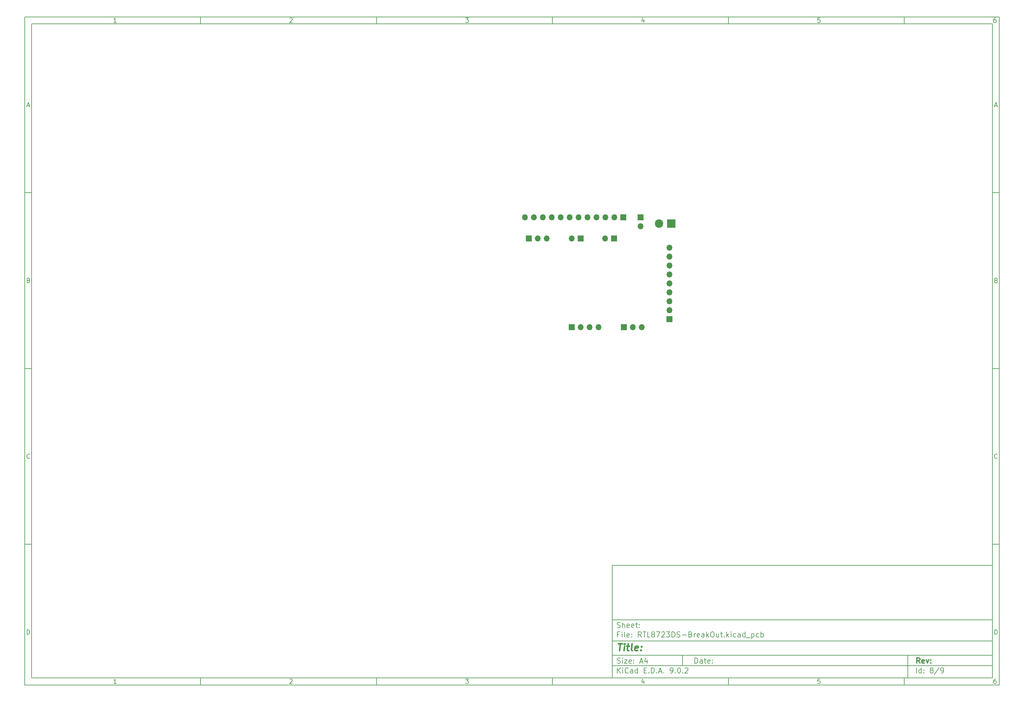
<source format=gbs>
G04 #@! TF.GenerationSoftware,KiCad,Pcbnew,9.0.2*
G04 #@! TF.CreationDate,2025-07-17T00:51:24+08:00*
G04 #@! TF.ProjectId,RTL8723DS-BreakOut,52544c38-3732-4334-9453-2d427265616b,rev?*
G04 #@! TF.SameCoordinates,Original*
G04 #@! TF.FileFunction,Soldermask,Bot*
G04 #@! TF.FilePolarity,Negative*
%FSLAX45Y45*%
G04 Gerber Fmt 4.5, Leading zero omitted, Abs format (unit mm)*
G04 Created by KiCad (PCBNEW 9.0.2) date 2025-07-17 00:51:24*
%MOMM*%
%LPD*%
G01*
G04 APERTURE LIST*
%ADD10C,0.100000*%
%ADD11C,0.150000*%
%ADD12C,0.300000*%
%ADD13C,0.400000*%
%ADD14R,1.700000X1.700000*%
%ADD15O,1.700000X1.700000*%
%ADD16R,2.400000X2.400000*%
%ADD17C,2.400000*%
G04 APERTURE END LIST*
D10*
D11*
X17700220Y-16600720D02*
X28500220Y-16600720D01*
X28500220Y-19800720D01*
X17700220Y-19800720D01*
X17700220Y-16600720D01*
D10*
D11*
X1000000Y-1000000D02*
X28700220Y-1000000D01*
X28700220Y-20000720D01*
X1000000Y-20000720D01*
X1000000Y-1000000D01*
D10*
D11*
X1200000Y-1200000D02*
X28500220Y-1200000D01*
X28500220Y-19800720D01*
X1200000Y-19800720D01*
X1200000Y-1200000D01*
D10*
D11*
X6000000Y-1200000D02*
X6000000Y-1000000D01*
D10*
D11*
X11000000Y-1200000D02*
X11000000Y-1000000D01*
D10*
D11*
X16000000Y-1200000D02*
X16000000Y-1000000D01*
D10*
D11*
X21000000Y-1200000D02*
X21000000Y-1000000D01*
D10*
D11*
X26000000Y-1200000D02*
X26000000Y-1000000D01*
D10*
D11*
X3608916Y-1159360D02*
X3534630Y-1159360D01*
X3571773Y-1159360D02*
X3571773Y-1029360D01*
X3571773Y-1029360D02*
X3559392Y-1047932D01*
X3559392Y-1047932D02*
X3547011Y-1060313D01*
X3547011Y-1060313D02*
X3534630Y-1066503D01*
D10*
D11*
X8534630Y-1041741D02*
X8540821Y-1035551D01*
X8540821Y-1035551D02*
X8553202Y-1029360D01*
X8553202Y-1029360D02*
X8584154Y-1029360D01*
X8584154Y-1029360D02*
X8596535Y-1035551D01*
X8596535Y-1035551D02*
X8602726Y-1041741D01*
X8602726Y-1041741D02*
X8608916Y-1054122D01*
X8608916Y-1054122D02*
X8608916Y-1066503D01*
X8608916Y-1066503D02*
X8602726Y-1085075D01*
X8602726Y-1085075D02*
X8528440Y-1159360D01*
X8528440Y-1159360D02*
X8608916Y-1159360D01*
D10*
D11*
X13528440Y-1029360D02*
X13608916Y-1029360D01*
X13608916Y-1029360D02*
X13565583Y-1078884D01*
X13565583Y-1078884D02*
X13584154Y-1078884D01*
X13584154Y-1078884D02*
X13596535Y-1085075D01*
X13596535Y-1085075D02*
X13602725Y-1091265D01*
X13602725Y-1091265D02*
X13608916Y-1103646D01*
X13608916Y-1103646D02*
X13608916Y-1134599D01*
X13608916Y-1134599D02*
X13602725Y-1146980D01*
X13602725Y-1146980D02*
X13596535Y-1153170D01*
X13596535Y-1153170D02*
X13584154Y-1159360D01*
X13584154Y-1159360D02*
X13547011Y-1159360D01*
X13547011Y-1159360D02*
X13534630Y-1153170D01*
X13534630Y-1153170D02*
X13528440Y-1146980D01*
D10*
D11*
X18596535Y-1072694D02*
X18596535Y-1159360D01*
X18565583Y-1023170D02*
X18534630Y-1116027D01*
X18534630Y-1116027D02*
X18615106Y-1116027D01*
D10*
D11*
X23602725Y-1029360D02*
X23540821Y-1029360D01*
X23540821Y-1029360D02*
X23534630Y-1091265D01*
X23534630Y-1091265D02*
X23540821Y-1085075D01*
X23540821Y-1085075D02*
X23553202Y-1078884D01*
X23553202Y-1078884D02*
X23584154Y-1078884D01*
X23584154Y-1078884D02*
X23596535Y-1085075D01*
X23596535Y-1085075D02*
X23602725Y-1091265D01*
X23602725Y-1091265D02*
X23608916Y-1103646D01*
X23608916Y-1103646D02*
X23608916Y-1134599D01*
X23608916Y-1134599D02*
X23602725Y-1146980D01*
X23602725Y-1146980D02*
X23596535Y-1153170D01*
X23596535Y-1153170D02*
X23584154Y-1159360D01*
X23584154Y-1159360D02*
X23553202Y-1159360D01*
X23553202Y-1159360D02*
X23540821Y-1153170D01*
X23540821Y-1153170D02*
X23534630Y-1146980D01*
D10*
D11*
X28596535Y-1029360D02*
X28571773Y-1029360D01*
X28571773Y-1029360D02*
X28559392Y-1035551D01*
X28559392Y-1035551D02*
X28553202Y-1041741D01*
X28553202Y-1041741D02*
X28540821Y-1060313D01*
X28540821Y-1060313D02*
X28534630Y-1085075D01*
X28534630Y-1085075D02*
X28534630Y-1134599D01*
X28534630Y-1134599D02*
X28540821Y-1146980D01*
X28540821Y-1146980D02*
X28547011Y-1153170D01*
X28547011Y-1153170D02*
X28559392Y-1159360D01*
X28559392Y-1159360D02*
X28584154Y-1159360D01*
X28584154Y-1159360D02*
X28596535Y-1153170D01*
X28596535Y-1153170D02*
X28602725Y-1146980D01*
X28602725Y-1146980D02*
X28608916Y-1134599D01*
X28608916Y-1134599D02*
X28608916Y-1103646D01*
X28608916Y-1103646D02*
X28602725Y-1091265D01*
X28602725Y-1091265D02*
X28596535Y-1085075D01*
X28596535Y-1085075D02*
X28584154Y-1078884D01*
X28584154Y-1078884D02*
X28559392Y-1078884D01*
X28559392Y-1078884D02*
X28547011Y-1085075D01*
X28547011Y-1085075D02*
X28540821Y-1091265D01*
X28540821Y-1091265D02*
X28534630Y-1103646D01*
D10*
D11*
X6000000Y-19800720D02*
X6000000Y-20000720D01*
D10*
D11*
X11000000Y-19800720D02*
X11000000Y-20000720D01*
D10*
D11*
X16000000Y-19800720D02*
X16000000Y-20000720D01*
D10*
D11*
X21000000Y-19800720D02*
X21000000Y-20000720D01*
D10*
D11*
X26000000Y-19800720D02*
X26000000Y-20000720D01*
D10*
D11*
X3608916Y-19960080D02*
X3534630Y-19960080D01*
X3571773Y-19960080D02*
X3571773Y-19830080D01*
X3571773Y-19830080D02*
X3559392Y-19848652D01*
X3559392Y-19848652D02*
X3547011Y-19861033D01*
X3547011Y-19861033D02*
X3534630Y-19867223D01*
D10*
D11*
X8534630Y-19842461D02*
X8540821Y-19836271D01*
X8540821Y-19836271D02*
X8553202Y-19830080D01*
X8553202Y-19830080D02*
X8584154Y-19830080D01*
X8584154Y-19830080D02*
X8596535Y-19836271D01*
X8596535Y-19836271D02*
X8602726Y-19842461D01*
X8602726Y-19842461D02*
X8608916Y-19854842D01*
X8608916Y-19854842D02*
X8608916Y-19867223D01*
X8608916Y-19867223D02*
X8602726Y-19885795D01*
X8602726Y-19885795D02*
X8528440Y-19960080D01*
X8528440Y-19960080D02*
X8608916Y-19960080D01*
D10*
D11*
X13528440Y-19830080D02*
X13608916Y-19830080D01*
X13608916Y-19830080D02*
X13565583Y-19879604D01*
X13565583Y-19879604D02*
X13584154Y-19879604D01*
X13584154Y-19879604D02*
X13596535Y-19885795D01*
X13596535Y-19885795D02*
X13602725Y-19891985D01*
X13602725Y-19891985D02*
X13608916Y-19904366D01*
X13608916Y-19904366D02*
X13608916Y-19935319D01*
X13608916Y-19935319D02*
X13602725Y-19947700D01*
X13602725Y-19947700D02*
X13596535Y-19953890D01*
X13596535Y-19953890D02*
X13584154Y-19960080D01*
X13584154Y-19960080D02*
X13547011Y-19960080D01*
X13547011Y-19960080D02*
X13534630Y-19953890D01*
X13534630Y-19953890D02*
X13528440Y-19947700D01*
D10*
D11*
X18596535Y-19873414D02*
X18596535Y-19960080D01*
X18565583Y-19823890D02*
X18534630Y-19916747D01*
X18534630Y-19916747D02*
X18615106Y-19916747D01*
D10*
D11*
X23602725Y-19830080D02*
X23540821Y-19830080D01*
X23540821Y-19830080D02*
X23534630Y-19891985D01*
X23534630Y-19891985D02*
X23540821Y-19885795D01*
X23540821Y-19885795D02*
X23553202Y-19879604D01*
X23553202Y-19879604D02*
X23584154Y-19879604D01*
X23584154Y-19879604D02*
X23596535Y-19885795D01*
X23596535Y-19885795D02*
X23602725Y-19891985D01*
X23602725Y-19891985D02*
X23608916Y-19904366D01*
X23608916Y-19904366D02*
X23608916Y-19935319D01*
X23608916Y-19935319D02*
X23602725Y-19947700D01*
X23602725Y-19947700D02*
X23596535Y-19953890D01*
X23596535Y-19953890D02*
X23584154Y-19960080D01*
X23584154Y-19960080D02*
X23553202Y-19960080D01*
X23553202Y-19960080D02*
X23540821Y-19953890D01*
X23540821Y-19953890D02*
X23534630Y-19947700D01*
D10*
D11*
X28596535Y-19830080D02*
X28571773Y-19830080D01*
X28571773Y-19830080D02*
X28559392Y-19836271D01*
X28559392Y-19836271D02*
X28553202Y-19842461D01*
X28553202Y-19842461D02*
X28540821Y-19861033D01*
X28540821Y-19861033D02*
X28534630Y-19885795D01*
X28534630Y-19885795D02*
X28534630Y-19935319D01*
X28534630Y-19935319D02*
X28540821Y-19947700D01*
X28540821Y-19947700D02*
X28547011Y-19953890D01*
X28547011Y-19953890D02*
X28559392Y-19960080D01*
X28559392Y-19960080D02*
X28584154Y-19960080D01*
X28584154Y-19960080D02*
X28596535Y-19953890D01*
X28596535Y-19953890D02*
X28602725Y-19947700D01*
X28602725Y-19947700D02*
X28608916Y-19935319D01*
X28608916Y-19935319D02*
X28608916Y-19904366D01*
X28608916Y-19904366D02*
X28602725Y-19891985D01*
X28602725Y-19891985D02*
X28596535Y-19885795D01*
X28596535Y-19885795D02*
X28584154Y-19879604D01*
X28584154Y-19879604D02*
X28559392Y-19879604D01*
X28559392Y-19879604D02*
X28547011Y-19885795D01*
X28547011Y-19885795D02*
X28540821Y-19891985D01*
X28540821Y-19891985D02*
X28534630Y-19904366D01*
D10*
D11*
X1000000Y-6000000D02*
X1200000Y-6000000D01*
D10*
D11*
X1000000Y-11000000D02*
X1200000Y-11000000D01*
D10*
D11*
X1000000Y-16000000D02*
X1200000Y-16000000D01*
D10*
D11*
X1069048Y-3522218D02*
X1130952Y-3522218D01*
X1056667Y-3559360D02*
X1100000Y-3429360D01*
X1100000Y-3429360D02*
X1143333Y-3559360D01*
D10*
D11*
X1109286Y-8491265D02*
X1127857Y-8497456D01*
X1127857Y-8497456D02*
X1134048Y-8503646D01*
X1134048Y-8503646D02*
X1140238Y-8516027D01*
X1140238Y-8516027D02*
X1140238Y-8534599D01*
X1140238Y-8534599D02*
X1134048Y-8546980D01*
X1134048Y-8546980D02*
X1127857Y-8553170D01*
X1127857Y-8553170D02*
X1115476Y-8559360D01*
X1115476Y-8559360D02*
X1065952Y-8559360D01*
X1065952Y-8559360D02*
X1065952Y-8429360D01*
X1065952Y-8429360D02*
X1109286Y-8429360D01*
X1109286Y-8429360D02*
X1121667Y-8435551D01*
X1121667Y-8435551D02*
X1127857Y-8441741D01*
X1127857Y-8441741D02*
X1134048Y-8454122D01*
X1134048Y-8454122D02*
X1134048Y-8466503D01*
X1134048Y-8466503D02*
X1127857Y-8478884D01*
X1127857Y-8478884D02*
X1121667Y-8485075D01*
X1121667Y-8485075D02*
X1109286Y-8491265D01*
X1109286Y-8491265D02*
X1065952Y-8491265D01*
D10*
D11*
X1140238Y-13546979D02*
X1134048Y-13553170D01*
X1134048Y-13553170D02*
X1115476Y-13559360D01*
X1115476Y-13559360D02*
X1103095Y-13559360D01*
X1103095Y-13559360D02*
X1084524Y-13553170D01*
X1084524Y-13553170D02*
X1072143Y-13540789D01*
X1072143Y-13540789D02*
X1065952Y-13528408D01*
X1065952Y-13528408D02*
X1059762Y-13503646D01*
X1059762Y-13503646D02*
X1059762Y-13485075D01*
X1059762Y-13485075D02*
X1065952Y-13460313D01*
X1065952Y-13460313D02*
X1072143Y-13447932D01*
X1072143Y-13447932D02*
X1084524Y-13435551D01*
X1084524Y-13435551D02*
X1103095Y-13429360D01*
X1103095Y-13429360D02*
X1115476Y-13429360D01*
X1115476Y-13429360D02*
X1134048Y-13435551D01*
X1134048Y-13435551D02*
X1140238Y-13441741D01*
D10*
D11*
X1065952Y-18559360D02*
X1065952Y-18429360D01*
X1065952Y-18429360D02*
X1096905Y-18429360D01*
X1096905Y-18429360D02*
X1115476Y-18435551D01*
X1115476Y-18435551D02*
X1127857Y-18447932D01*
X1127857Y-18447932D02*
X1134048Y-18460313D01*
X1134048Y-18460313D02*
X1140238Y-18485075D01*
X1140238Y-18485075D02*
X1140238Y-18503646D01*
X1140238Y-18503646D02*
X1134048Y-18528408D01*
X1134048Y-18528408D02*
X1127857Y-18540789D01*
X1127857Y-18540789D02*
X1115476Y-18553170D01*
X1115476Y-18553170D02*
X1096905Y-18559360D01*
X1096905Y-18559360D02*
X1065952Y-18559360D01*
D10*
D11*
X28700220Y-6000000D02*
X28500220Y-6000000D01*
D10*
D11*
X28700220Y-11000000D02*
X28500220Y-11000000D01*
D10*
D11*
X28700220Y-16000000D02*
X28500220Y-16000000D01*
D10*
D11*
X28569268Y-3522218D02*
X28631172Y-3522218D01*
X28556887Y-3559360D02*
X28600220Y-3429360D01*
X28600220Y-3429360D02*
X28643553Y-3559360D01*
D10*
D11*
X28609506Y-8491265D02*
X28628077Y-8497456D01*
X28628077Y-8497456D02*
X28634268Y-8503646D01*
X28634268Y-8503646D02*
X28640458Y-8516027D01*
X28640458Y-8516027D02*
X28640458Y-8534599D01*
X28640458Y-8534599D02*
X28634268Y-8546980D01*
X28634268Y-8546980D02*
X28628077Y-8553170D01*
X28628077Y-8553170D02*
X28615696Y-8559360D01*
X28615696Y-8559360D02*
X28566172Y-8559360D01*
X28566172Y-8559360D02*
X28566172Y-8429360D01*
X28566172Y-8429360D02*
X28609506Y-8429360D01*
X28609506Y-8429360D02*
X28621887Y-8435551D01*
X28621887Y-8435551D02*
X28628077Y-8441741D01*
X28628077Y-8441741D02*
X28634268Y-8454122D01*
X28634268Y-8454122D02*
X28634268Y-8466503D01*
X28634268Y-8466503D02*
X28628077Y-8478884D01*
X28628077Y-8478884D02*
X28621887Y-8485075D01*
X28621887Y-8485075D02*
X28609506Y-8491265D01*
X28609506Y-8491265D02*
X28566172Y-8491265D01*
D10*
D11*
X28640458Y-13546979D02*
X28634268Y-13553170D01*
X28634268Y-13553170D02*
X28615696Y-13559360D01*
X28615696Y-13559360D02*
X28603315Y-13559360D01*
X28603315Y-13559360D02*
X28584744Y-13553170D01*
X28584744Y-13553170D02*
X28572363Y-13540789D01*
X28572363Y-13540789D02*
X28566172Y-13528408D01*
X28566172Y-13528408D02*
X28559982Y-13503646D01*
X28559982Y-13503646D02*
X28559982Y-13485075D01*
X28559982Y-13485075D02*
X28566172Y-13460313D01*
X28566172Y-13460313D02*
X28572363Y-13447932D01*
X28572363Y-13447932D02*
X28584744Y-13435551D01*
X28584744Y-13435551D02*
X28603315Y-13429360D01*
X28603315Y-13429360D02*
X28615696Y-13429360D01*
X28615696Y-13429360D02*
X28634268Y-13435551D01*
X28634268Y-13435551D02*
X28640458Y-13441741D01*
D10*
D11*
X28566172Y-18559360D02*
X28566172Y-18429360D01*
X28566172Y-18429360D02*
X28597125Y-18429360D01*
X28597125Y-18429360D02*
X28615696Y-18435551D01*
X28615696Y-18435551D02*
X28628077Y-18447932D01*
X28628077Y-18447932D02*
X28634268Y-18460313D01*
X28634268Y-18460313D02*
X28640458Y-18485075D01*
X28640458Y-18485075D02*
X28640458Y-18503646D01*
X28640458Y-18503646D02*
X28634268Y-18528408D01*
X28634268Y-18528408D02*
X28628077Y-18540789D01*
X28628077Y-18540789D02*
X28615696Y-18553170D01*
X28615696Y-18553170D02*
X28597125Y-18559360D01*
X28597125Y-18559360D02*
X28566172Y-18559360D01*
D10*
D11*
X20045803Y-19379333D02*
X20045803Y-19229333D01*
X20045803Y-19229333D02*
X20081517Y-19229333D01*
X20081517Y-19229333D02*
X20102946Y-19236476D01*
X20102946Y-19236476D02*
X20117231Y-19250761D01*
X20117231Y-19250761D02*
X20124374Y-19265047D01*
X20124374Y-19265047D02*
X20131517Y-19293619D01*
X20131517Y-19293619D02*
X20131517Y-19315047D01*
X20131517Y-19315047D02*
X20124374Y-19343619D01*
X20124374Y-19343619D02*
X20117231Y-19357904D01*
X20117231Y-19357904D02*
X20102946Y-19372190D01*
X20102946Y-19372190D02*
X20081517Y-19379333D01*
X20081517Y-19379333D02*
X20045803Y-19379333D01*
X20260088Y-19379333D02*
X20260088Y-19300761D01*
X20260088Y-19300761D02*
X20252946Y-19286476D01*
X20252946Y-19286476D02*
X20238660Y-19279333D01*
X20238660Y-19279333D02*
X20210088Y-19279333D01*
X20210088Y-19279333D02*
X20195803Y-19286476D01*
X20260088Y-19372190D02*
X20245803Y-19379333D01*
X20245803Y-19379333D02*
X20210088Y-19379333D01*
X20210088Y-19379333D02*
X20195803Y-19372190D01*
X20195803Y-19372190D02*
X20188660Y-19357904D01*
X20188660Y-19357904D02*
X20188660Y-19343619D01*
X20188660Y-19343619D02*
X20195803Y-19329333D01*
X20195803Y-19329333D02*
X20210088Y-19322190D01*
X20210088Y-19322190D02*
X20245803Y-19322190D01*
X20245803Y-19322190D02*
X20260088Y-19315047D01*
X20310088Y-19279333D02*
X20367231Y-19279333D01*
X20331517Y-19229333D02*
X20331517Y-19357904D01*
X20331517Y-19357904D02*
X20338660Y-19372190D01*
X20338660Y-19372190D02*
X20352946Y-19379333D01*
X20352946Y-19379333D02*
X20367231Y-19379333D01*
X20474374Y-19372190D02*
X20460088Y-19379333D01*
X20460088Y-19379333D02*
X20431517Y-19379333D01*
X20431517Y-19379333D02*
X20417231Y-19372190D01*
X20417231Y-19372190D02*
X20410088Y-19357904D01*
X20410088Y-19357904D02*
X20410088Y-19300761D01*
X20410088Y-19300761D02*
X20417231Y-19286476D01*
X20417231Y-19286476D02*
X20431517Y-19279333D01*
X20431517Y-19279333D02*
X20460088Y-19279333D01*
X20460088Y-19279333D02*
X20474374Y-19286476D01*
X20474374Y-19286476D02*
X20481517Y-19300761D01*
X20481517Y-19300761D02*
X20481517Y-19315047D01*
X20481517Y-19315047D02*
X20410088Y-19329333D01*
X20545803Y-19365047D02*
X20552946Y-19372190D01*
X20552946Y-19372190D02*
X20545803Y-19379333D01*
X20545803Y-19379333D02*
X20538660Y-19372190D01*
X20538660Y-19372190D02*
X20545803Y-19365047D01*
X20545803Y-19365047D02*
X20545803Y-19379333D01*
X20545803Y-19286476D02*
X20552946Y-19293619D01*
X20552946Y-19293619D02*
X20545803Y-19300761D01*
X20545803Y-19300761D02*
X20538660Y-19293619D01*
X20538660Y-19293619D02*
X20545803Y-19286476D01*
X20545803Y-19286476D02*
X20545803Y-19300761D01*
D10*
D11*
X17700220Y-19450720D02*
X28500220Y-19450720D01*
D10*
D11*
X17845803Y-19659333D02*
X17845803Y-19509333D01*
X17931517Y-19659333D02*
X17867231Y-19573619D01*
X17931517Y-19509333D02*
X17845803Y-19595047D01*
X17995803Y-19659333D02*
X17995803Y-19559333D01*
X17995803Y-19509333D02*
X17988660Y-19516476D01*
X17988660Y-19516476D02*
X17995803Y-19523619D01*
X17995803Y-19523619D02*
X18002946Y-19516476D01*
X18002946Y-19516476D02*
X17995803Y-19509333D01*
X17995803Y-19509333D02*
X17995803Y-19523619D01*
X18152946Y-19645047D02*
X18145803Y-19652190D01*
X18145803Y-19652190D02*
X18124374Y-19659333D01*
X18124374Y-19659333D02*
X18110088Y-19659333D01*
X18110088Y-19659333D02*
X18088660Y-19652190D01*
X18088660Y-19652190D02*
X18074374Y-19637904D01*
X18074374Y-19637904D02*
X18067231Y-19623619D01*
X18067231Y-19623619D02*
X18060088Y-19595047D01*
X18060088Y-19595047D02*
X18060088Y-19573619D01*
X18060088Y-19573619D02*
X18067231Y-19545047D01*
X18067231Y-19545047D02*
X18074374Y-19530761D01*
X18074374Y-19530761D02*
X18088660Y-19516476D01*
X18088660Y-19516476D02*
X18110088Y-19509333D01*
X18110088Y-19509333D02*
X18124374Y-19509333D01*
X18124374Y-19509333D02*
X18145803Y-19516476D01*
X18145803Y-19516476D02*
X18152946Y-19523619D01*
X18281517Y-19659333D02*
X18281517Y-19580761D01*
X18281517Y-19580761D02*
X18274374Y-19566476D01*
X18274374Y-19566476D02*
X18260088Y-19559333D01*
X18260088Y-19559333D02*
X18231517Y-19559333D01*
X18231517Y-19559333D02*
X18217231Y-19566476D01*
X18281517Y-19652190D02*
X18267231Y-19659333D01*
X18267231Y-19659333D02*
X18231517Y-19659333D01*
X18231517Y-19659333D02*
X18217231Y-19652190D01*
X18217231Y-19652190D02*
X18210088Y-19637904D01*
X18210088Y-19637904D02*
X18210088Y-19623619D01*
X18210088Y-19623619D02*
X18217231Y-19609333D01*
X18217231Y-19609333D02*
X18231517Y-19602190D01*
X18231517Y-19602190D02*
X18267231Y-19602190D01*
X18267231Y-19602190D02*
X18281517Y-19595047D01*
X18417231Y-19659333D02*
X18417231Y-19509333D01*
X18417231Y-19652190D02*
X18402946Y-19659333D01*
X18402946Y-19659333D02*
X18374374Y-19659333D01*
X18374374Y-19659333D02*
X18360088Y-19652190D01*
X18360088Y-19652190D02*
X18352946Y-19645047D01*
X18352946Y-19645047D02*
X18345803Y-19630761D01*
X18345803Y-19630761D02*
X18345803Y-19587904D01*
X18345803Y-19587904D02*
X18352946Y-19573619D01*
X18352946Y-19573619D02*
X18360088Y-19566476D01*
X18360088Y-19566476D02*
X18374374Y-19559333D01*
X18374374Y-19559333D02*
X18402946Y-19559333D01*
X18402946Y-19559333D02*
X18417231Y-19566476D01*
X18602946Y-19580761D02*
X18652946Y-19580761D01*
X18674374Y-19659333D02*
X18602946Y-19659333D01*
X18602946Y-19659333D02*
X18602946Y-19509333D01*
X18602946Y-19509333D02*
X18674374Y-19509333D01*
X18738660Y-19645047D02*
X18745803Y-19652190D01*
X18745803Y-19652190D02*
X18738660Y-19659333D01*
X18738660Y-19659333D02*
X18731517Y-19652190D01*
X18731517Y-19652190D02*
X18738660Y-19645047D01*
X18738660Y-19645047D02*
X18738660Y-19659333D01*
X18810088Y-19659333D02*
X18810088Y-19509333D01*
X18810088Y-19509333D02*
X18845803Y-19509333D01*
X18845803Y-19509333D02*
X18867231Y-19516476D01*
X18867231Y-19516476D02*
X18881517Y-19530761D01*
X18881517Y-19530761D02*
X18888660Y-19545047D01*
X18888660Y-19545047D02*
X18895803Y-19573619D01*
X18895803Y-19573619D02*
X18895803Y-19595047D01*
X18895803Y-19595047D02*
X18888660Y-19623619D01*
X18888660Y-19623619D02*
X18881517Y-19637904D01*
X18881517Y-19637904D02*
X18867231Y-19652190D01*
X18867231Y-19652190D02*
X18845803Y-19659333D01*
X18845803Y-19659333D02*
X18810088Y-19659333D01*
X18960088Y-19645047D02*
X18967231Y-19652190D01*
X18967231Y-19652190D02*
X18960088Y-19659333D01*
X18960088Y-19659333D02*
X18952946Y-19652190D01*
X18952946Y-19652190D02*
X18960088Y-19645047D01*
X18960088Y-19645047D02*
X18960088Y-19659333D01*
X19024374Y-19616476D02*
X19095803Y-19616476D01*
X19010089Y-19659333D02*
X19060089Y-19509333D01*
X19060089Y-19509333D02*
X19110089Y-19659333D01*
X19160088Y-19645047D02*
X19167231Y-19652190D01*
X19167231Y-19652190D02*
X19160088Y-19659333D01*
X19160088Y-19659333D02*
X19152946Y-19652190D01*
X19152946Y-19652190D02*
X19160088Y-19645047D01*
X19160088Y-19645047D02*
X19160088Y-19659333D01*
X19352946Y-19659333D02*
X19381517Y-19659333D01*
X19381517Y-19659333D02*
X19395803Y-19652190D01*
X19395803Y-19652190D02*
X19402946Y-19645047D01*
X19402946Y-19645047D02*
X19417231Y-19623619D01*
X19417231Y-19623619D02*
X19424374Y-19595047D01*
X19424374Y-19595047D02*
X19424374Y-19537904D01*
X19424374Y-19537904D02*
X19417231Y-19523619D01*
X19417231Y-19523619D02*
X19410089Y-19516476D01*
X19410089Y-19516476D02*
X19395803Y-19509333D01*
X19395803Y-19509333D02*
X19367231Y-19509333D01*
X19367231Y-19509333D02*
X19352946Y-19516476D01*
X19352946Y-19516476D02*
X19345803Y-19523619D01*
X19345803Y-19523619D02*
X19338660Y-19537904D01*
X19338660Y-19537904D02*
X19338660Y-19573619D01*
X19338660Y-19573619D02*
X19345803Y-19587904D01*
X19345803Y-19587904D02*
X19352946Y-19595047D01*
X19352946Y-19595047D02*
X19367231Y-19602190D01*
X19367231Y-19602190D02*
X19395803Y-19602190D01*
X19395803Y-19602190D02*
X19410089Y-19595047D01*
X19410089Y-19595047D02*
X19417231Y-19587904D01*
X19417231Y-19587904D02*
X19424374Y-19573619D01*
X19488660Y-19645047D02*
X19495803Y-19652190D01*
X19495803Y-19652190D02*
X19488660Y-19659333D01*
X19488660Y-19659333D02*
X19481517Y-19652190D01*
X19481517Y-19652190D02*
X19488660Y-19645047D01*
X19488660Y-19645047D02*
X19488660Y-19659333D01*
X19588660Y-19509333D02*
X19602946Y-19509333D01*
X19602946Y-19509333D02*
X19617231Y-19516476D01*
X19617231Y-19516476D02*
X19624374Y-19523619D01*
X19624374Y-19523619D02*
X19631517Y-19537904D01*
X19631517Y-19537904D02*
X19638660Y-19566476D01*
X19638660Y-19566476D02*
X19638660Y-19602190D01*
X19638660Y-19602190D02*
X19631517Y-19630761D01*
X19631517Y-19630761D02*
X19624374Y-19645047D01*
X19624374Y-19645047D02*
X19617231Y-19652190D01*
X19617231Y-19652190D02*
X19602946Y-19659333D01*
X19602946Y-19659333D02*
X19588660Y-19659333D01*
X19588660Y-19659333D02*
X19574374Y-19652190D01*
X19574374Y-19652190D02*
X19567231Y-19645047D01*
X19567231Y-19645047D02*
X19560088Y-19630761D01*
X19560088Y-19630761D02*
X19552946Y-19602190D01*
X19552946Y-19602190D02*
X19552946Y-19566476D01*
X19552946Y-19566476D02*
X19560088Y-19537904D01*
X19560088Y-19537904D02*
X19567231Y-19523619D01*
X19567231Y-19523619D02*
X19574374Y-19516476D01*
X19574374Y-19516476D02*
X19588660Y-19509333D01*
X19702946Y-19645047D02*
X19710088Y-19652190D01*
X19710088Y-19652190D02*
X19702946Y-19659333D01*
X19702946Y-19659333D02*
X19695803Y-19652190D01*
X19695803Y-19652190D02*
X19702946Y-19645047D01*
X19702946Y-19645047D02*
X19702946Y-19659333D01*
X19767231Y-19523619D02*
X19774374Y-19516476D01*
X19774374Y-19516476D02*
X19788660Y-19509333D01*
X19788660Y-19509333D02*
X19824374Y-19509333D01*
X19824374Y-19509333D02*
X19838660Y-19516476D01*
X19838660Y-19516476D02*
X19845803Y-19523619D01*
X19845803Y-19523619D02*
X19852946Y-19537904D01*
X19852946Y-19537904D02*
X19852946Y-19552190D01*
X19852946Y-19552190D02*
X19845803Y-19573619D01*
X19845803Y-19573619D02*
X19760088Y-19659333D01*
X19760088Y-19659333D02*
X19852946Y-19659333D01*
D10*
D11*
X17700220Y-19150720D02*
X28500220Y-19150720D01*
D10*
D12*
X26441385Y-19378553D02*
X26391385Y-19307124D01*
X26355671Y-19378553D02*
X26355671Y-19228553D01*
X26355671Y-19228553D02*
X26412814Y-19228553D01*
X26412814Y-19228553D02*
X26427100Y-19235696D01*
X26427100Y-19235696D02*
X26434242Y-19242839D01*
X26434242Y-19242839D02*
X26441385Y-19257124D01*
X26441385Y-19257124D02*
X26441385Y-19278553D01*
X26441385Y-19278553D02*
X26434242Y-19292839D01*
X26434242Y-19292839D02*
X26427100Y-19299981D01*
X26427100Y-19299981D02*
X26412814Y-19307124D01*
X26412814Y-19307124D02*
X26355671Y-19307124D01*
X26562814Y-19371410D02*
X26548528Y-19378553D01*
X26548528Y-19378553D02*
X26519957Y-19378553D01*
X26519957Y-19378553D02*
X26505671Y-19371410D01*
X26505671Y-19371410D02*
X26498528Y-19357124D01*
X26498528Y-19357124D02*
X26498528Y-19299981D01*
X26498528Y-19299981D02*
X26505671Y-19285696D01*
X26505671Y-19285696D02*
X26519957Y-19278553D01*
X26519957Y-19278553D02*
X26548528Y-19278553D01*
X26548528Y-19278553D02*
X26562814Y-19285696D01*
X26562814Y-19285696D02*
X26569957Y-19299981D01*
X26569957Y-19299981D02*
X26569957Y-19314267D01*
X26569957Y-19314267D02*
X26498528Y-19328553D01*
X26619957Y-19278553D02*
X26655671Y-19378553D01*
X26655671Y-19378553D02*
X26691385Y-19278553D01*
X26748528Y-19364267D02*
X26755671Y-19371410D01*
X26755671Y-19371410D02*
X26748528Y-19378553D01*
X26748528Y-19378553D02*
X26741385Y-19371410D01*
X26741385Y-19371410D02*
X26748528Y-19364267D01*
X26748528Y-19364267D02*
X26748528Y-19378553D01*
X26748528Y-19285696D02*
X26755671Y-19292839D01*
X26755671Y-19292839D02*
X26748528Y-19299981D01*
X26748528Y-19299981D02*
X26741385Y-19292839D01*
X26741385Y-19292839D02*
X26748528Y-19285696D01*
X26748528Y-19285696D02*
X26748528Y-19299981D01*
D10*
D11*
X17838660Y-19372190D02*
X17860088Y-19379333D01*
X17860088Y-19379333D02*
X17895803Y-19379333D01*
X17895803Y-19379333D02*
X17910088Y-19372190D01*
X17910088Y-19372190D02*
X17917231Y-19365047D01*
X17917231Y-19365047D02*
X17924374Y-19350761D01*
X17924374Y-19350761D02*
X17924374Y-19336476D01*
X17924374Y-19336476D02*
X17917231Y-19322190D01*
X17917231Y-19322190D02*
X17910088Y-19315047D01*
X17910088Y-19315047D02*
X17895803Y-19307904D01*
X17895803Y-19307904D02*
X17867231Y-19300761D01*
X17867231Y-19300761D02*
X17852946Y-19293619D01*
X17852946Y-19293619D02*
X17845803Y-19286476D01*
X17845803Y-19286476D02*
X17838660Y-19272190D01*
X17838660Y-19272190D02*
X17838660Y-19257904D01*
X17838660Y-19257904D02*
X17845803Y-19243619D01*
X17845803Y-19243619D02*
X17852946Y-19236476D01*
X17852946Y-19236476D02*
X17867231Y-19229333D01*
X17867231Y-19229333D02*
X17902946Y-19229333D01*
X17902946Y-19229333D02*
X17924374Y-19236476D01*
X17988660Y-19379333D02*
X17988660Y-19279333D01*
X17988660Y-19229333D02*
X17981517Y-19236476D01*
X17981517Y-19236476D02*
X17988660Y-19243619D01*
X17988660Y-19243619D02*
X17995803Y-19236476D01*
X17995803Y-19236476D02*
X17988660Y-19229333D01*
X17988660Y-19229333D02*
X17988660Y-19243619D01*
X18045803Y-19279333D02*
X18124374Y-19279333D01*
X18124374Y-19279333D02*
X18045803Y-19379333D01*
X18045803Y-19379333D02*
X18124374Y-19379333D01*
X18238660Y-19372190D02*
X18224374Y-19379333D01*
X18224374Y-19379333D02*
X18195803Y-19379333D01*
X18195803Y-19379333D02*
X18181517Y-19372190D01*
X18181517Y-19372190D02*
X18174374Y-19357904D01*
X18174374Y-19357904D02*
X18174374Y-19300761D01*
X18174374Y-19300761D02*
X18181517Y-19286476D01*
X18181517Y-19286476D02*
X18195803Y-19279333D01*
X18195803Y-19279333D02*
X18224374Y-19279333D01*
X18224374Y-19279333D02*
X18238660Y-19286476D01*
X18238660Y-19286476D02*
X18245803Y-19300761D01*
X18245803Y-19300761D02*
X18245803Y-19315047D01*
X18245803Y-19315047D02*
X18174374Y-19329333D01*
X18310088Y-19365047D02*
X18317231Y-19372190D01*
X18317231Y-19372190D02*
X18310088Y-19379333D01*
X18310088Y-19379333D02*
X18302946Y-19372190D01*
X18302946Y-19372190D02*
X18310088Y-19365047D01*
X18310088Y-19365047D02*
X18310088Y-19379333D01*
X18310088Y-19286476D02*
X18317231Y-19293619D01*
X18317231Y-19293619D02*
X18310088Y-19300761D01*
X18310088Y-19300761D02*
X18302946Y-19293619D01*
X18302946Y-19293619D02*
X18310088Y-19286476D01*
X18310088Y-19286476D02*
X18310088Y-19300761D01*
X18488660Y-19336476D02*
X18560088Y-19336476D01*
X18474374Y-19379333D02*
X18524374Y-19229333D01*
X18524374Y-19229333D02*
X18574374Y-19379333D01*
X18688660Y-19279333D02*
X18688660Y-19379333D01*
X18652946Y-19222190D02*
X18617231Y-19329333D01*
X18617231Y-19329333D02*
X18710088Y-19329333D01*
D10*
D11*
X26345803Y-19659333D02*
X26345803Y-19509333D01*
X26481517Y-19659333D02*
X26481517Y-19509333D01*
X26481517Y-19652190D02*
X26467231Y-19659333D01*
X26467231Y-19659333D02*
X26438660Y-19659333D01*
X26438660Y-19659333D02*
X26424374Y-19652190D01*
X26424374Y-19652190D02*
X26417231Y-19645047D01*
X26417231Y-19645047D02*
X26410088Y-19630761D01*
X26410088Y-19630761D02*
X26410088Y-19587904D01*
X26410088Y-19587904D02*
X26417231Y-19573619D01*
X26417231Y-19573619D02*
X26424374Y-19566476D01*
X26424374Y-19566476D02*
X26438660Y-19559333D01*
X26438660Y-19559333D02*
X26467231Y-19559333D01*
X26467231Y-19559333D02*
X26481517Y-19566476D01*
X26552945Y-19645047D02*
X26560088Y-19652190D01*
X26560088Y-19652190D02*
X26552945Y-19659333D01*
X26552945Y-19659333D02*
X26545803Y-19652190D01*
X26545803Y-19652190D02*
X26552945Y-19645047D01*
X26552945Y-19645047D02*
X26552945Y-19659333D01*
X26552945Y-19566476D02*
X26560088Y-19573619D01*
X26560088Y-19573619D02*
X26552945Y-19580761D01*
X26552945Y-19580761D02*
X26545803Y-19573619D01*
X26545803Y-19573619D02*
X26552945Y-19566476D01*
X26552945Y-19566476D02*
X26552945Y-19580761D01*
X26760088Y-19573619D02*
X26745803Y-19566476D01*
X26745803Y-19566476D02*
X26738660Y-19559333D01*
X26738660Y-19559333D02*
X26731517Y-19545047D01*
X26731517Y-19545047D02*
X26731517Y-19537904D01*
X26731517Y-19537904D02*
X26738660Y-19523619D01*
X26738660Y-19523619D02*
X26745803Y-19516476D01*
X26745803Y-19516476D02*
X26760088Y-19509333D01*
X26760088Y-19509333D02*
X26788660Y-19509333D01*
X26788660Y-19509333D02*
X26802946Y-19516476D01*
X26802946Y-19516476D02*
X26810088Y-19523619D01*
X26810088Y-19523619D02*
X26817231Y-19537904D01*
X26817231Y-19537904D02*
X26817231Y-19545047D01*
X26817231Y-19545047D02*
X26810088Y-19559333D01*
X26810088Y-19559333D02*
X26802946Y-19566476D01*
X26802946Y-19566476D02*
X26788660Y-19573619D01*
X26788660Y-19573619D02*
X26760088Y-19573619D01*
X26760088Y-19573619D02*
X26745803Y-19580761D01*
X26745803Y-19580761D02*
X26738660Y-19587904D01*
X26738660Y-19587904D02*
X26731517Y-19602190D01*
X26731517Y-19602190D02*
X26731517Y-19630761D01*
X26731517Y-19630761D02*
X26738660Y-19645047D01*
X26738660Y-19645047D02*
X26745803Y-19652190D01*
X26745803Y-19652190D02*
X26760088Y-19659333D01*
X26760088Y-19659333D02*
X26788660Y-19659333D01*
X26788660Y-19659333D02*
X26802946Y-19652190D01*
X26802946Y-19652190D02*
X26810088Y-19645047D01*
X26810088Y-19645047D02*
X26817231Y-19630761D01*
X26817231Y-19630761D02*
X26817231Y-19602190D01*
X26817231Y-19602190D02*
X26810088Y-19587904D01*
X26810088Y-19587904D02*
X26802946Y-19580761D01*
X26802946Y-19580761D02*
X26788660Y-19573619D01*
X26988660Y-19502190D02*
X26860088Y-19695047D01*
X27045803Y-19659333D02*
X27074374Y-19659333D01*
X27074374Y-19659333D02*
X27088660Y-19652190D01*
X27088660Y-19652190D02*
X27095803Y-19645047D01*
X27095803Y-19645047D02*
X27110088Y-19623619D01*
X27110088Y-19623619D02*
X27117231Y-19595047D01*
X27117231Y-19595047D02*
X27117231Y-19537904D01*
X27117231Y-19537904D02*
X27110088Y-19523619D01*
X27110088Y-19523619D02*
X27102946Y-19516476D01*
X27102946Y-19516476D02*
X27088660Y-19509333D01*
X27088660Y-19509333D02*
X27060088Y-19509333D01*
X27060088Y-19509333D02*
X27045803Y-19516476D01*
X27045803Y-19516476D02*
X27038660Y-19523619D01*
X27038660Y-19523619D02*
X27031517Y-19537904D01*
X27031517Y-19537904D02*
X27031517Y-19573619D01*
X27031517Y-19573619D02*
X27038660Y-19587904D01*
X27038660Y-19587904D02*
X27045803Y-19595047D01*
X27045803Y-19595047D02*
X27060088Y-19602190D01*
X27060088Y-19602190D02*
X27088660Y-19602190D01*
X27088660Y-19602190D02*
X27102946Y-19595047D01*
X27102946Y-19595047D02*
X27110088Y-19587904D01*
X27110088Y-19587904D02*
X27117231Y-19573619D01*
D10*
D11*
X17700220Y-18750720D02*
X28500220Y-18750720D01*
D10*
D13*
X17869393Y-18821164D02*
X17983679Y-18821164D01*
X17901536Y-19021164D02*
X17926536Y-18821164D01*
X18025345Y-19021164D02*
X18042012Y-18887830D01*
X18050345Y-18821164D02*
X18039631Y-18830688D01*
X18039631Y-18830688D02*
X18047964Y-18840211D01*
X18047964Y-18840211D02*
X18058679Y-18830688D01*
X18058679Y-18830688D02*
X18050345Y-18821164D01*
X18050345Y-18821164D02*
X18047964Y-18840211D01*
X18108679Y-18887830D02*
X18184869Y-18887830D01*
X18145583Y-18821164D02*
X18124155Y-18992592D01*
X18124155Y-18992592D02*
X18131298Y-19011640D01*
X18131298Y-19011640D02*
X18149155Y-19021164D01*
X18149155Y-19021164D02*
X18168202Y-19021164D01*
X18263441Y-19021164D02*
X18245583Y-19011640D01*
X18245583Y-19011640D02*
X18238441Y-18992592D01*
X18238441Y-18992592D02*
X18259869Y-18821164D01*
X18417012Y-19011640D02*
X18396774Y-19021164D01*
X18396774Y-19021164D02*
X18358679Y-19021164D01*
X18358679Y-19021164D02*
X18340821Y-19011640D01*
X18340821Y-19011640D02*
X18333679Y-18992592D01*
X18333679Y-18992592D02*
X18343202Y-18916402D01*
X18343202Y-18916402D02*
X18355107Y-18897354D01*
X18355107Y-18897354D02*
X18375345Y-18887830D01*
X18375345Y-18887830D02*
X18413440Y-18887830D01*
X18413440Y-18887830D02*
X18431298Y-18897354D01*
X18431298Y-18897354D02*
X18438440Y-18916402D01*
X18438440Y-18916402D02*
X18436060Y-18935450D01*
X18436060Y-18935450D02*
X18338440Y-18954497D01*
X18513441Y-19002116D02*
X18521774Y-19011640D01*
X18521774Y-19011640D02*
X18511060Y-19021164D01*
X18511060Y-19021164D02*
X18502726Y-19011640D01*
X18502726Y-19011640D02*
X18513441Y-19002116D01*
X18513441Y-19002116D02*
X18511060Y-19021164D01*
X18526536Y-18897354D02*
X18534869Y-18906878D01*
X18534869Y-18906878D02*
X18524155Y-18916402D01*
X18524155Y-18916402D02*
X18515821Y-18906878D01*
X18515821Y-18906878D02*
X18526536Y-18897354D01*
X18526536Y-18897354D02*
X18524155Y-18916402D01*
D10*
D11*
X17895803Y-18560761D02*
X17845803Y-18560761D01*
X17845803Y-18639333D02*
X17845803Y-18489333D01*
X17845803Y-18489333D02*
X17917231Y-18489333D01*
X17974374Y-18639333D02*
X17974374Y-18539333D01*
X17974374Y-18489333D02*
X17967231Y-18496476D01*
X17967231Y-18496476D02*
X17974374Y-18503619D01*
X17974374Y-18503619D02*
X17981517Y-18496476D01*
X17981517Y-18496476D02*
X17974374Y-18489333D01*
X17974374Y-18489333D02*
X17974374Y-18503619D01*
X18067231Y-18639333D02*
X18052946Y-18632190D01*
X18052946Y-18632190D02*
X18045803Y-18617904D01*
X18045803Y-18617904D02*
X18045803Y-18489333D01*
X18181517Y-18632190D02*
X18167231Y-18639333D01*
X18167231Y-18639333D02*
X18138660Y-18639333D01*
X18138660Y-18639333D02*
X18124374Y-18632190D01*
X18124374Y-18632190D02*
X18117231Y-18617904D01*
X18117231Y-18617904D02*
X18117231Y-18560761D01*
X18117231Y-18560761D02*
X18124374Y-18546476D01*
X18124374Y-18546476D02*
X18138660Y-18539333D01*
X18138660Y-18539333D02*
X18167231Y-18539333D01*
X18167231Y-18539333D02*
X18181517Y-18546476D01*
X18181517Y-18546476D02*
X18188660Y-18560761D01*
X18188660Y-18560761D02*
X18188660Y-18575047D01*
X18188660Y-18575047D02*
X18117231Y-18589333D01*
X18252945Y-18625047D02*
X18260088Y-18632190D01*
X18260088Y-18632190D02*
X18252945Y-18639333D01*
X18252945Y-18639333D02*
X18245803Y-18632190D01*
X18245803Y-18632190D02*
X18252945Y-18625047D01*
X18252945Y-18625047D02*
X18252945Y-18639333D01*
X18252945Y-18546476D02*
X18260088Y-18553619D01*
X18260088Y-18553619D02*
X18252945Y-18560761D01*
X18252945Y-18560761D02*
X18245803Y-18553619D01*
X18245803Y-18553619D02*
X18252945Y-18546476D01*
X18252945Y-18546476D02*
X18252945Y-18560761D01*
X18524374Y-18639333D02*
X18474374Y-18567904D01*
X18438660Y-18639333D02*
X18438660Y-18489333D01*
X18438660Y-18489333D02*
X18495803Y-18489333D01*
X18495803Y-18489333D02*
X18510088Y-18496476D01*
X18510088Y-18496476D02*
X18517231Y-18503619D01*
X18517231Y-18503619D02*
X18524374Y-18517904D01*
X18524374Y-18517904D02*
X18524374Y-18539333D01*
X18524374Y-18539333D02*
X18517231Y-18553619D01*
X18517231Y-18553619D02*
X18510088Y-18560761D01*
X18510088Y-18560761D02*
X18495803Y-18567904D01*
X18495803Y-18567904D02*
X18438660Y-18567904D01*
X18567231Y-18489333D02*
X18652946Y-18489333D01*
X18610088Y-18639333D02*
X18610088Y-18489333D01*
X18774374Y-18639333D02*
X18702945Y-18639333D01*
X18702945Y-18639333D02*
X18702945Y-18489333D01*
X18845803Y-18553619D02*
X18831517Y-18546476D01*
X18831517Y-18546476D02*
X18824374Y-18539333D01*
X18824374Y-18539333D02*
X18817231Y-18525047D01*
X18817231Y-18525047D02*
X18817231Y-18517904D01*
X18817231Y-18517904D02*
X18824374Y-18503619D01*
X18824374Y-18503619D02*
X18831517Y-18496476D01*
X18831517Y-18496476D02*
X18845803Y-18489333D01*
X18845803Y-18489333D02*
X18874374Y-18489333D01*
X18874374Y-18489333D02*
X18888660Y-18496476D01*
X18888660Y-18496476D02*
X18895803Y-18503619D01*
X18895803Y-18503619D02*
X18902946Y-18517904D01*
X18902946Y-18517904D02*
X18902946Y-18525047D01*
X18902946Y-18525047D02*
X18895803Y-18539333D01*
X18895803Y-18539333D02*
X18888660Y-18546476D01*
X18888660Y-18546476D02*
X18874374Y-18553619D01*
X18874374Y-18553619D02*
X18845803Y-18553619D01*
X18845803Y-18553619D02*
X18831517Y-18560761D01*
X18831517Y-18560761D02*
X18824374Y-18567904D01*
X18824374Y-18567904D02*
X18817231Y-18582190D01*
X18817231Y-18582190D02*
X18817231Y-18610761D01*
X18817231Y-18610761D02*
X18824374Y-18625047D01*
X18824374Y-18625047D02*
X18831517Y-18632190D01*
X18831517Y-18632190D02*
X18845803Y-18639333D01*
X18845803Y-18639333D02*
X18874374Y-18639333D01*
X18874374Y-18639333D02*
X18888660Y-18632190D01*
X18888660Y-18632190D02*
X18895803Y-18625047D01*
X18895803Y-18625047D02*
X18902946Y-18610761D01*
X18902946Y-18610761D02*
X18902946Y-18582190D01*
X18902946Y-18582190D02*
X18895803Y-18567904D01*
X18895803Y-18567904D02*
X18888660Y-18560761D01*
X18888660Y-18560761D02*
X18874374Y-18553619D01*
X18952945Y-18489333D02*
X19052945Y-18489333D01*
X19052945Y-18489333D02*
X18988660Y-18639333D01*
X19102945Y-18503619D02*
X19110088Y-18496476D01*
X19110088Y-18496476D02*
X19124374Y-18489333D01*
X19124374Y-18489333D02*
X19160088Y-18489333D01*
X19160088Y-18489333D02*
X19174374Y-18496476D01*
X19174374Y-18496476D02*
X19181517Y-18503619D01*
X19181517Y-18503619D02*
X19188660Y-18517904D01*
X19188660Y-18517904D02*
X19188660Y-18532190D01*
X19188660Y-18532190D02*
X19181517Y-18553619D01*
X19181517Y-18553619D02*
X19095803Y-18639333D01*
X19095803Y-18639333D02*
X19188660Y-18639333D01*
X19238660Y-18489333D02*
X19331517Y-18489333D01*
X19331517Y-18489333D02*
X19281517Y-18546476D01*
X19281517Y-18546476D02*
X19302945Y-18546476D01*
X19302945Y-18546476D02*
X19317231Y-18553619D01*
X19317231Y-18553619D02*
X19324374Y-18560761D01*
X19324374Y-18560761D02*
X19331517Y-18575047D01*
X19331517Y-18575047D02*
X19331517Y-18610761D01*
X19331517Y-18610761D02*
X19324374Y-18625047D01*
X19324374Y-18625047D02*
X19317231Y-18632190D01*
X19317231Y-18632190D02*
X19302945Y-18639333D01*
X19302945Y-18639333D02*
X19260088Y-18639333D01*
X19260088Y-18639333D02*
X19245803Y-18632190D01*
X19245803Y-18632190D02*
X19238660Y-18625047D01*
X19395802Y-18639333D02*
X19395802Y-18489333D01*
X19395802Y-18489333D02*
X19431517Y-18489333D01*
X19431517Y-18489333D02*
X19452945Y-18496476D01*
X19452945Y-18496476D02*
X19467231Y-18510761D01*
X19467231Y-18510761D02*
X19474374Y-18525047D01*
X19474374Y-18525047D02*
X19481517Y-18553619D01*
X19481517Y-18553619D02*
X19481517Y-18575047D01*
X19481517Y-18575047D02*
X19474374Y-18603619D01*
X19474374Y-18603619D02*
X19467231Y-18617904D01*
X19467231Y-18617904D02*
X19452945Y-18632190D01*
X19452945Y-18632190D02*
X19431517Y-18639333D01*
X19431517Y-18639333D02*
X19395802Y-18639333D01*
X19538660Y-18632190D02*
X19560088Y-18639333D01*
X19560088Y-18639333D02*
X19595802Y-18639333D01*
X19595802Y-18639333D02*
X19610088Y-18632190D01*
X19610088Y-18632190D02*
X19617231Y-18625047D01*
X19617231Y-18625047D02*
X19624374Y-18610761D01*
X19624374Y-18610761D02*
X19624374Y-18596476D01*
X19624374Y-18596476D02*
X19617231Y-18582190D01*
X19617231Y-18582190D02*
X19610088Y-18575047D01*
X19610088Y-18575047D02*
X19595802Y-18567904D01*
X19595802Y-18567904D02*
X19567231Y-18560761D01*
X19567231Y-18560761D02*
X19552945Y-18553619D01*
X19552945Y-18553619D02*
X19545802Y-18546476D01*
X19545802Y-18546476D02*
X19538660Y-18532190D01*
X19538660Y-18532190D02*
X19538660Y-18517904D01*
X19538660Y-18517904D02*
X19545802Y-18503619D01*
X19545802Y-18503619D02*
X19552945Y-18496476D01*
X19552945Y-18496476D02*
X19567231Y-18489333D01*
X19567231Y-18489333D02*
X19602945Y-18489333D01*
X19602945Y-18489333D02*
X19624374Y-18496476D01*
X19688660Y-18582190D02*
X19802945Y-18582190D01*
X19924374Y-18560761D02*
X19945802Y-18567904D01*
X19945802Y-18567904D02*
X19952945Y-18575047D01*
X19952945Y-18575047D02*
X19960088Y-18589333D01*
X19960088Y-18589333D02*
X19960088Y-18610761D01*
X19960088Y-18610761D02*
X19952945Y-18625047D01*
X19952945Y-18625047D02*
X19945802Y-18632190D01*
X19945802Y-18632190D02*
X19931517Y-18639333D01*
X19931517Y-18639333D02*
X19874374Y-18639333D01*
X19874374Y-18639333D02*
X19874374Y-18489333D01*
X19874374Y-18489333D02*
X19924374Y-18489333D01*
X19924374Y-18489333D02*
X19938660Y-18496476D01*
X19938660Y-18496476D02*
X19945802Y-18503619D01*
X19945802Y-18503619D02*
X19952945Y-18517904D01*
X19952945Y-18517904D02*
X19952945Y-18532190D01*
X19952945Y-18532190D02*
X19945802Y-18546476D01*
X19945802Y-18546476D02*
X19938660Y-18553619D01*
X19938660Y-18553619D02*
X19924374Y-18560761D01*
X19924374Y-18560761D02*
X19874374Y-18560761D01*
X20024374Y-18639333D02*
X20024374Y-18539333D01*
X20024374Y-18567904D02*
X20031517Y-18553619D01*
X20031517Y-18553619D02*
X20038660Y-18546476D01*
X20038660Y-18546476D02*
X20052945Y-18539333D01*
X20052945Y-18539333D02*
X20067231Y-18539333D01*
X20174374Y-18632190D02*
X20160088Y-18639333D01*
X20160088Y-18639333D02*
X20131517Y-18639333D01*
X20131517Y-18639333D02*
X20117231Y-18632190D01*
X20117231Y-18632190D02*
X20110088Y-18617904D01*
X20110088Y-18617904D02*
X20110088Y-18560761D01*
X20110088Y-18560761D02*
X20117231Y-18546476D01*
X20117231Y-18546476D02*
X20131517Y-18539333D01*
X20131517Y-18539333D02*
X20160088Y-18539333D01*
X20160088Y-18539333D02*
X20174374Y-18546476D01*
X20174374Y-18546476D02*
X20181517Y-18560761D01*
X20181517Y-18560761D02*
X20181517Y-18575047D01*
X20181517Y-18575047D02*
X20110088Y-18589333D01*
X20310088Y-18639333D02*
X20310088Y-18560761D01*
X20310088Y-18560761D02*
X20302945Y-18546476D01*
X20302945Y-18546476D02*
X20288660Y-18539333D01*
X20288660Y-18539333D02*
X20260088Y-18539333D01*
X20260088Y-18539333D02*
X20245802Y-18546476D01*
X20310088Y-18632190D02*
X20295802Y-18639333D01*
X20295802Y-18639333D02*
X20260088Y-18639333D01*
X20260088Y-18639333D02*
X20245802Y-18632190D01*
X20245802Y-18632190D02*
X20238660Y-18617904D01*
X20238660Y-18617904D02*
X20238660Y-18603619D01*
X20238660Y-18603619D02*
X20245802Y-18589333D01*
X20245802Y-18589333D02*
X20260088Y-18582190D01*
X20260088Y-18582190D02*
X20295802Y-18582190D01*
X20295802Y-18582190D02*
X20310088Y-18575047D01*
X20381517Y-18639333D02*
X20381517Y-18489333D01*
X20395802Y-18582190D02*
X20438660Y-18639333D01*
X20438660Y-18539333D02*
X20381517Y-18596476D01*
X20531517Y-18489333D02*
X20560088Y-18489333D01*
X20560088Y-18489333D02*
X20574374Y-18496476D01*
X20574374Y-18496476D02*
X20588660Y-18510761D01*
X20588660Y-18510761D02*
X20595802Y-18539333D01*
X20595802Y-18539333D02*
X20595802Y-18589333D01*
X20595802Y-18589333D02*
X20588660Y-18617904D01*
X20588660Y-18617904D02*
X20574374Y-18632190D01*
X20574374Y-18632190D02*
X20560088Y-18639333D01*
X20560088Y-18639333D02*
X20531517Y-18639333D01*
X20531517Y-18639333D02*
X20517231Y-18632190D01*
X20517231Y-18632190D02*
X20502945Y-18617904D01*
X20502945Y-18617904D02*
X20495802Y-18589333D01*
X20495802Y-18589333D02*
X20495802Y-18539333D01*
X20495802Y-18539333D02*
X20502945Y-18510761D01*
X20502945Y-18510761D02*
X20517231Y-18496476D01*
X20517231Y-18496476D02*
X20531517Y-18489333D01*
X20724374Y-18539333D02*
X20724374Y-18639333D01*
X20660088Y-18539333D02*
X20660088Y-18617904D01*
X20660088Y-18617904D02*
X20667231Y-18632190D01*
X20667231Y-18632190D02*
X20681517Y-18639333D01*
X20681517Y-18639333D02*
X20702945Y-18639333D01*
X20702945Y-18639333D02*
X20717231Y-18632190D01*
X20717231Y-18632190D02*
X20724374Y-18625047D01*
X20774374Y-18539333D02*
X20831517Y-18539333D01*
X20795802Y-18489333D02*
X20795802Y-18617904D01*
X20795802Y-18617904D02*
X20802945Y-18632190D01*
X20802945Y-18632190D02*
X20817231Y-18639333D01*
X20817231Y-18639333D02*
X20831517Y-18639333D01*
X20881517Y-18625047D02*
X20888660Y-18632190D01*
X20888660Y-18632190D02*
X20881517Y-18639333D01*
X20881517Y-18639333D02*
X20874374Y-18632190D01*
X20874374Y-18632190D02*
X20881517Y-18625047D01*
X20881517Y-18625047D02*
X20881517Y-18639333D01*
X20952945Y-18639333D02*
X20952945Y-18489333D01*
X20967231Y-18582190D02*
X21010088Y-18639333D01*
X21010088Y-18539333D02*
X20952945Y-18596476D01*
X21074374Y-18639333D02*
X21074374Y-18539333D01*
X21074374Y-18489333D02*
X21067231Y-18496476D01*
X21067231Y-18496476D02*
X21074374Y-18503619D01*
X21074374Y-18503619D02*
X21081517Y-18496476D01*
X21081517Y-18496476D02*
X21074374Y-18489333D01*
X21074374Y-18489333D02*
X21074374Y-18503619D01*
X21210088Y-18632190D02*
X21195803Y-18639333D01*
X21195803Y-18639333D02*
X21167231Y-18639333D01*
X21167231Y-18639333D02*
X21152945Y-18632190D01*
X21152945Y-18632190D02*
X21145803Y-18625047D01*
X21145803Y-18625047D02*
X21138660Y-18610761D01*
X21138660Y-18610761D02*
X21138660Y-18567904D01*
X21138660Y-18567904D02*
X21145803Y-18553619D01*
X21145803Y-18553619D02*
X21152945Y-18546476D01*
X21152945Y-18546476D02*
X21167231Y-18539333D01*
X21167231Y-18539333D02*
X21195803Y-18539333D01*
X21195803Y-18539333D02*
X21210088Y-18546476D01*
X21338660Y-18639333D02*
X21338660Y-18560761D01*
X21338660Y-18560761D02*
X21331517Y-18546476D01*
X21331517Y-18546476D02*
X21317231Y-18539333D01*
X21317231Y-18539333D02*
X21288660Y-18539333D01*
X21288660Y-18539333D02*
X21274374Y-18546476D01*
X21338660Y-18632190D02*
X21324374Y-18639333D01*
X21324374Y-18639333D02*
X21288660Y-18639333D01*
X21288660Y-18639333D02*
X21274374Y-18632190D01*
X21274374Y-18632190D02*
X21267231Y-18617904D01*
X21267231Y-18617904D02*
X21267231Y-18603619D01*
X21267231Y-18603619D02*
X21274374Y-18589333D01*
X21274374Y-18589333D02*
X21288660Y-18582190D01*
X21288660Y-18582190D02*
X21324374Y-18582190D01*
X21324374Y-18582190D02*
X21338660Y-18575047D01*
X21474374Y-18639333D02*
X21474374Y-18489333D01*
X21474374Y-18632190D02*
X21460088Y-18639333D01*
X21460088Y-18639333D02*
X21431517Y-18639333D01*
X21431517Y-18639333D02*
X21417231Y-18632190D01*
X21417231Y-18632190D02*
X21410088Y-18625047D01*
X21410088Y-18625047D02*
X21402945Y-18610761D01*
X21402945Y-18610761D02*
X21402945Y-18567904D01*
X21402945Y-18567904D02*
X21410088Y-18553619D01*
X21410088Y-18553619D02*
X21417231Y-18546476D01*
X21417231Y-18546476D02*
X21431517Y-18539333D01*
X21431517Y-18539333D02*
X21460088Y-18539333D01*
X21460088Y-18539333D02*
X21474374Y-18546476D01*
X21510088Y-18653619D02*
X21624374Y-18653619D01*
X21660088Y-18539333D02*
X21660088Y-18689333D01*
X21660088Y-18546476D02*
X21674374Y-18539333D01*
X21674374Y-18539333D02*
X21702945Y-18539333D01*
X21702945Y-18539333D02*
X21717231Y-18546476D01*
X21717231Y-18546476D02*
X21724374Y-18553619D01*
X21724374Y-18553619D02*
X21731517Y-18567904D01*
X21731517Y-18567904D02*
X21731517Y-18610761D01*
X21731517Y-18610761D02*
X21724374Y-18625047D01*
X21724374Y-18625047D02*
X21717231Y-18632190D01*
X21717231Y-18632190D02*
X21702945Y-18639333D01*
X21702945Y-18639333D02*
X21674374Y-18639333D01*
X21674374Y-18639333D02*
X21660088Y-18632190D01*
X21860088Y-18632190D02*
X21845803Y-18639333D01*
X21845803Y-18639333D02*
X21817231Y-18639333D01*
X21817231Y-18639333D02*
X21802945Y-18632190D01*
X21802945Y-18632190D02*
X21795803Y-18625047D01*
X21795803Y-18625047D02*
X21788660Y-18610761D01*
X21788660Y-18610761D02*
X21788660Y-18567904D01*
X21788660Y-18567904D02*
X21795803Y-18553619D01*
X21795803Y-18553619D02*
X21802945Y-18546476D01*
X21802945Y-18546476D02*
X21817231Y-18539333D01*
X21817231Y-18539333D02*
X21845803Y-18539333D01*
X21845803Y-18539333D02*
X21860088Y-18546476D01*
X21924374Y-18639333D02*
X21924374Y-18489333D01*
X21924374Y-18546476D02*
X21938660Y-18539333D01*
X21938660Y-18539333D02*
X21967231Y-18539333D01*
X21967231Y-18539333D02*
X21981517Y-18546476D01*
X21981517Y-18546476D02*
X21988660Y-18553619D01*
X21988660Y-18553619D02*
X21995803Y-18567904D01*
X21995803Y-18567904D02*
X21995803Y-18610761D01*
X21995803Y-18610761D02*
X21988660Y-18625047D01*
X21988660Y-18625047D02*
X21981517Y-18632190D01*
X21981517Y-18632190D02*
X21967231Y-18639333D01*
X21967231Y-18639333D02*
X21938660Y-18639333D01*
X21938660Y-18639333D02*
X21924374Y-18632190D01*
D10*
D11*
X17700220Y-18150720D02*
X28500220Y-18150720D01*
D10*
D11*
X17838660Y-18362190D02*
X17860088Y-18369333D01*
X17860088Y-18369333D02*
X17895803Y-18369333D01*
X17895803Y-18369333D02*
X17910088Y-18362190D01*
X17910088Y-18362190D02*
X17917231Y-18355047D01*
X17917231Y-18355047D02*
X17924374Y-18340761D01*
X17924374Y-18340761D02*
X17924374Y-18326476D01*
X17924374Y-18326476D02*
X17917231Y-18312190D01*
X17917231Y-18312190D02*
X17910088Y-18305047D01*
X17910088Y-18305047D02*
X17895803Y-18297904D01*
X17895803Y-18297904D02*
X17867231Y-18290761D01*
X17867231Y-18290761D02*
X17852946Y-18283619D01*
X17852946Y-18283619D02*
X17845803Y-18276476D01*
X17845803Y-18276476D02*
X17838660Y-18262190D01*
X17838660Y-18262190D02*
X17838660Y-18247904D01*
X17838660Y-18247904D02*
X17845803Y-18233619D01*
X17845803Y-18233619D02*
X17852946Y-18226476D01*
X17852946Y-18226476D02*
X17867231Y-18219333D01*
X17867231Y-18219333D02*
X17902946Y-18219333D01*
X17902946Y-18219333D02*
X17924374Y-18226476D01*
X17988660Y-18369333D02*
X17988660Y-18219333D01*
X18052946Y-18369333D02*
X18052946Y-18290761D01*
X18052946Y-18290761D02*
X18045803Y-18276476D01*
X18045803Y-18276476D02*
X18031517Y-18269333D01*
X18031517Y-18269333D02*
X18010088Y-18269333D01*
X18010088Y-18269333D02*
X17995803Y-18276476D01*
X17995803Y-18276476D02*
X17988660Y-18283619D01*
X18181517Y-18362190D02*
X18167231Y-18369333D01*
X18167231Y-18369333D02*
X18138660Y-18369333D01*
X18138660Y-18369333D02*
X18124374Y-18362190D01*
X18124374Y-18362190D02*
X18117231Y-18347904D01*
X18117231Y-18347904D02*
X18117231Y-18290761D01*
X18117231Y-18290761D02*
X18124374Y-18276476D01*
X18124374Y-18276476D02*
X18138660Y-18269333D01*
X18138660Y-18269333D02*
X18167231Y-18269333D01*
X18167231Y-18269333D02*
X18181517Y-18276476D01*
X18181517Y-18276476D02*
X18188660Y-18290761D01*
X18188660Y-18290761D02*
X18188660Y-18305047D01*
X18188660Y-18305047D02*
X18117231Y-18319333D01*
X18310088Y-18362190D02*
X18295803Y-18369333D01*
X18295803Y-18369333D02*
X18267231Y-18369333D01*
X18267231Y-18369333D02*
X18252945Y-18362190D01*
X18252945Y-18362190D02*
X18245803Y-18347904D01*
X18245803Y-18347904D02*
X18245803Y-18290761D01*
X18245803Y-18290761D02*
X18252945Y-18276476D01*
X18252945Y-18276476D02*
X18267231Y-18269333D01*
X18267231Y-18269333D02*
X18295803Y-18269333D01*
X18295803Y-18269333D02*
X18310088Y-18276476D01*
X18310088Y-18276476D02*
X18317231Y-18290761D01*
X18317231Y-18290761D02*
X18317231Y-18305047D01*
X18317231Y-18305047D02*
X18245803Y-18319333D01*
X18360088Y-18269333D02*
X18417231Y-18269333D01*
X18381517Y-18219333D02*
X18381517Y-18347904D01*
X18381517Y-18347904D02*
X18388660Y-18362190D01*
X18388660Y-18362190D02*
X18402945Y-18369333D01*
X18402945Y-18369333D02*
X18417231Y-18369333D01*
X18467231Y-18355047D02*
X18474374Y-18362190D01*
X18474374Y-18362190D02*
X18467231Y-18369333D01*
X18467231Y-18369333D02*
X18460088Y-18362190D01*
X18460088Y-18362190D02*
X18467231Y-18355047D01*
X18467231Y-18355047D02*
X18467231Y-18369333D01*
X18467231Y-18276476D02*
X18474374Y-18283619D01*
X18474374Y-18283619D02*
X18467231Y-18290761D01*
X18467231Y-18290761D02*
X18460088Y-18283619D01*
X18460088Y-18283619D02*
X18467231Y-18276476D01*
X18467231Y-18276476D02*
X18467231Y-18290761D01*
D10*
D11*
X19700220Y-19150720D02*
X19700220Y-19450720D01*
D10*
D11*
X26100220Y-19150720D02*
X26100220Y-19800720D01*
D14*
G04 #@! TO.C,J3*
X18025000Y-9825000D03*
D15*
X18279000Y-9825000D03*
X18533000Y-9825000D03*
G04 #@! TD*
D14*
G04 #@! TO.C,J4*
X15325000Y-7300000D03*
D15*
X15579000Y-7300000D03*
X15833000Y-7300000D03*
G04 #@! TD*
D16*
G04 #@! TO.C,J1*
X19375000Y-6875000D03*
D17*
X19025000Y-6875000D03*
G04 #@! TD*
D14*
G04 #@! TO.C,J9*
X16800000Y-7300000D03*
D15*
X16546000Y-7300000D03*
G04 #@! TD*
D14*
G04 #@! TO.C,J5*
X17750000Y-7300000D03*
D15*
X17496000Y-7300000D03*
G04 #@! TD*
D14*
G04 #@! TO.C,J7*
X18012000Y-6700000D03*
D15*
X17758000Y-6700000D03*
X17504000Y-6700000D03*
X17250000Y-6700000D03*
X16996000Y-6700000D03*
X16742000Y-6700000D03*
X16488000Y-6700000D03*
X16234000Y-6700000D03*
X15980000Y-6700000D03*
X15726000Y-6700000D03*
X15472000Y-6700000D03*
X15218000Y-6700000D03*
G04 #@! TD*
D14*
G04 #@! TO.C,J8*
X19325000Y-9599000D03*
D15*
X19325000Y-9345000D03*
X19325000Y-9091000D03*
X19325000Y-8837000D03*
X19325000Y-8583000D03*
X19325000Y-8329000D03*
X19325000Y-8075000D03*
X19325000Y-7821000D03*
X19325000Y-7567000D03*
G04 #@! TD*
D14*
G04 #@! TO.C,J6*
X16550000Y-9825000D03*
D15*
X16804000Y-9825000D03*
X17058000Y-9825000D03*
X17312000Y-9825000D03*
G04 #@! TD*
D14*
G04 #@! TO.C,J2*
X18500000Y-6700000D03*
D15*
X18500000Y-6954000D03*
G04 #@! TD*
M02*

</source>
